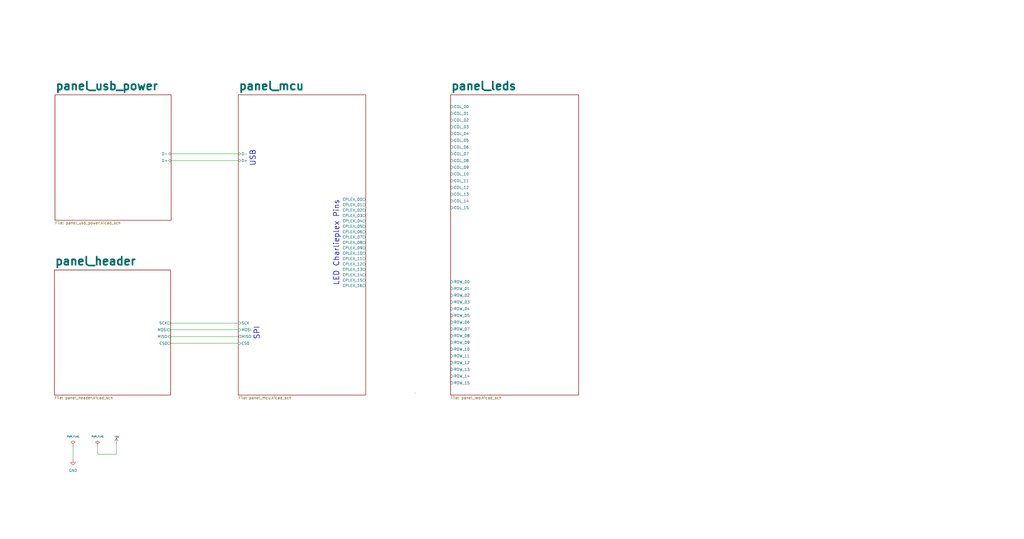
<source format=kicad_sch>
(kicad_sch (version 20230121) (generator eeschema)
  (paper "User" 482.6 254)
  (title_block (date "9 may 2016"))
  (lib_symbols
    (symbol "power:+5V" (power) (pin_names (offset 0))
      (property "Value" "+5V" (at 0 3.556 0))
      (symbol "+5V_0_1"
        (polyline (pts (xy -0.762 1.27) (xy 0 2.54)))
        (polyline (pts (xy 0 0) (xy 0 2.54)))
        (polyline (pts (xy 0 2.54) (xy 0.762 1.27)))
      )
      (symbol "+5V_1_1"
        (pin power_in line (at 0 0 90) (length 0) hide (name "+5V") (number "1"))
      )
    )
    (symbol "power:GND" (power) (pin_names (offset 0))
      (property "Value" "GND" (at 0 -3.81 0))
      (symbol "GND_0_1"
        (polyline (pts (xy 0 0) (xy 0 -1.27) (xy 1.27 -1.27) (xy 0 -2.54) (xy -1.27 -1.27) (xy 0 -1.27)))
      )
      (symbol "GND_1_1"
        (pin power_in line (at 0 0 270) (length 0) hide (name "GND") (number "1"))
      )
    )
    (symbol "power:PWR_FLAG" (power) (pin_numbers hide) (pin_names (offset 0) hide)
      (property "Value" "PWR_FLAG" (at 0 3.81 0))
      (symbol "PWR_FLAG_0_0"
        (pin power_out line (at 0 0 90) (length 0) (name "pwr") (number "1"))
      )
      (symbol "PWR_FLAG_0_1"
        (polyline (pts (xy 0 0) (xy 0 1.27) (xy -1.016 1.905) (xy 0 2.54) (xy 1.016 1.905) (xy 0 1.27)))
      )
    )
  )
  (wire (pts (xy 80.391 155.448) (xy 112.268 155.448)))
  (wire (pts (xy 45.974 214.122) (xy 54.864 214.122)))
  (wire (pts (xy 80.391 158.623) (xy 112.268 158.623)))
  (wire (pts (xy 45.974 210.312) (xy 45.974 214.122)))
  (wire (pts (xy 80.645 75.692) (xy 112.268 75.692)))
  (wire (pts (xy 80.645 72.517) (xy 112.268 72.517)))
  (wire (pts (xy 54.864 214.122) (xy 54.864 209.042)))
  (wire (pts (xy 34.417 210.312) (xy 34.417 216.662)))
  (polyline (pts (xy 195.58 185.166) (xy 195.58 185.42)))
  (wire (pts (xy 80.391 152.273) (xy 112.268 152.273)))
  (wire (pts (xy 80.391 161.798) (xy 112.268 161.798)))
  (text "SPI" (at 122.555 153.67 90) (effects (font (size 2.54 2.54) (thickness 0.254) bold) (justify right bottom)))
  (text "USB" (at 120.65 70.485 90) (effects (font (size 2.54 2.54) (thickness 0.254) bold) (justify right bottom)))
  (text "LED Charlieplex Pins" (at 160.02 134.62 90) (effects (font (size 2.54 2.54) (thickness 0.254) bold) (justify left bottom)))
  (symbol (lib_id "power:PWR_FLAG") (at 34.417 210.312 0) (unit 1)
    (property "Reference" "#FLG01" (effects hide))
    (property "Value" "PWR_FLAG" (at 34.417 205.74 0) (effects (font (size 0.762 0.762))))
  )
  (symbol (lib_id "power:PWR_FLAG") (at 45.974 210.312 0) (unit 1)
    (property "Reference" "#FLG03" (effects hide))
    (property "Value" "PWR_FLAG" (at 45.974 205.74 0) (effects (font (size 0.762 0.762))))
  )
  (symbol (lib_id "power:GND") (at 34.417 216.662 0) (unit 1)
    (property "Reference" "#PWR051" (effects hide))
    (property "Value" "GND" (at 34.417 221.742 0))
  )
  (symbol (lib_id "power:+5V") (at 54.864 209.042 0) (unit 1)
    (property "Reference" "#PWR052" (effects hide))
    (property "Value" "+5V" (at 54.991 205.867 0) (effects (font (size 0.762 0.762))))
  )
  (sheet (at 25.654 127.254) (size 54.737 58.928) (stroke (width 0.1524))
    (property "Sheetname" "panel_header" (at 25.654 125.2724 0) (effects (font (size 3.81 3.81) bold) (justify left bottom)))
    (property "Sheetfile" "panel_header.kicad_sch" (at 25.654 186.7666 0) (effects (justify left top)))
    (pin "MISO" input (at 80.391 158.623 0))
    (pin "CS0" output (at 80.391 161.798 0))
    (pin "MOSI" output (at 80.391 155.448 0))
    (pin "SCK" output (at 80.391 152.273 0))
  )
  (sheet (at 212.344 44.704) (size 60.325 141.478) (stroke (width 0.1524))
    (property "Sheetname" "panel_leds" (at 212.344 42.7224 0) (effects (font (size 3.81 3.81) bold) (justify left bottom)))
    (property "Sheetfile" "panel_led.kicad_sch" (at 212.344 186.7666 0) (effects (justify left top)))
    (pin "COL_03" input (at 212.344 59.817 180))
    (pin "COL_04" input (at 212.344 62.992 180))
    (pin "COL_01" input (at 212.344 53.467 180))
    (pin "COL_00" input (at 212.344 50.292 180))
    (pin "COL_02" input (at 212.344 56.642 180))
    (pin "COL_08" input (at 212.344 75.692 180))
    (pin "COL_05" input (at 212.344 66.167 180))
    (pin "COL_06" input (at 212.344 69.342 180))
    (pin "COL_07" input (at 212.344 72.517 180))
    (pin "COL_09" input (at 212.344 78.867 180))
    (pin "COL_10" input (at 212.344 82.042 180))
    (pin "COL_12" input (at 212.344 88.392 180))
    (pin "COL_11" input (at 212.344 85.217 180))
    (pin "ROW_03" input (at 212.344 142.367 180))
    (pin "ROW_04" input (at 212.344 145.542 180))
    (pin "ROW_14" input (at 212.344 177.292 180))
    (pin "ROW_15" input (at 212.344 180.467 180))
    (pin "ROW_13" input (at 212.344 174.117 180))
    (pin "ROW_11" input (at 212.344 167.767 180))
    (pin "ROW_12" input (at 212.344 170.942 180))
    (pin "ROW_09" input (at 212.344 161.417 180))
    (pin "ROW_10" input (at 212.344 164.592 180))
    (pin "ROW_08" input (at 212.344 158.242 180))
    (pin "ROW_07" input (at 212.344 155.067 180))
    (pin "ROW_06" input (at 212.344 151.892 180))
    (pin "ROW_05" input (at 212.344 148.717 180))
    (pin "ROW_01" input (at 212.344 136.017 180))
    (pin "ROW_00" input (at 212.344 132.842 180))
    (pin "ROW_02" input (at 212.344 139.192 180))
    (pin "COL_13" input (at 212.344 91.567 180))
    (pin "COL_15" input (at 212.344 97.917 180))
    (pin "COL_14" input (at 212.344 94.742 180))
  )
  (sheet (at 112.268 44.704) (size 60.071 141.478) (stroke (width 0.1524))
    (property "Sheetname" "panel_mcu" (at 112.268 42.7224 0) (effects (font (size 3.81 3.81) bold) (justify left bottom)))
    (property "Sheetfile" "panel_mcu.kicad_sch" (at 112.268 186.7666 0) (effects (justify left top)))
    (pin "D-" bidirectional (at 112.268 72.517 180))
    (pin "D+" bidirectional (at 112.268 75.692 180))
    (pin "CS0" input (at 112.268 161.798 180))
    (pin "MOSI" input (at 112.268 155.448 180))
    (pin "MISO" output (at 112.268 158.623 180))
    (pin "SCK" input (at 112.268 152.273 180))
    (pin "CPLEX_14" output (at 172.339 129.54 0))
    (pin "CPLEX_12" output (at 172.339 124.46 0))
    (pin "CPLEX_13" output (at 172.339 127 0))
    (pin "CPLEX_15" output (at 172.339 132.08 0))
    (pin "CPLEX_16" output (at 172.339 134.62 0))
    (pin "CPLEX_11" output (at 172.339 121.92 0))
    (pin "CPLEX_10" output (at 172.339 119.38 0))
    (pin "CPLEX_07" output (at 172.339 111.76 0))
    (pin "CPLEX_09" output (at 172.339 116.84 0))
    (pin "CPLEX_08" output (at 172.339 114.3 0))
    (pin "CPLEX_03" output (at 172.339 101.6 0))
    (pin "CPLEX_02" output (at 172.339 99.06 0))
    (pin "CPLEX_04" output (at 172.339 104.14 0))
    (pin "CPLEX_05" output (at 172.339 106.68 0))
    (pin "CPLEX_06" output (at 172.339 109.22 0))
    (pin "CPLEX_00" output (at 172.339 93.98 0))
    (pin "CPLEX_01" output (at 172.339 96.52 0))
  )
  (sheet (at 25.908 44.704) (size 54.737 59.055) (stroke (width 0.1524))
    (property "Sheetname" "panel_usb_power" (at 25.908 42.7224 0) (effects (font (size 3.81 3.81) bold) (justify left bottom)))
    (property "Sheetfile" "panel_usb_power.kicad_sch" (at 25.908 104.3436 0) (effects (justify left top)))
    (pin "D-" bidirectional (at 80.645 72.517 0))
    (pin "D+" bidirectional (at 80.645 75.692 0))
  )
)
</source>
